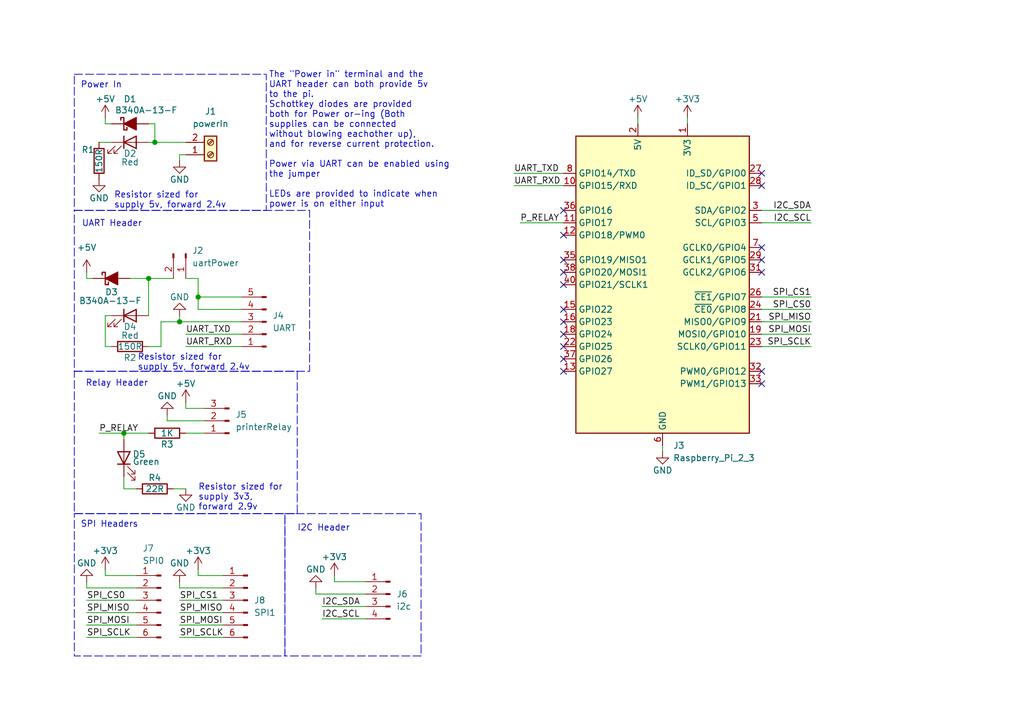
<source format=kicad_sch>
(kicad_sch (version 20250114) (generator "eeschema") (generator_version "9.0")
  (paper "A5")
  (title_block (title "Raspberry Pi 3d printer breakout"))
  (lib_symbols
    (symbol "Connector:Conn_01x02_Pin" (pin_names (offset 1.016) (hide yes))
      (property "Reference" "J" (at 0 2.54 0))
      (property "Value" "Conn_01x02_Pin" (at 0 -5.08 0))
      (symbol "Conn_01x02_Pin_1_1"
        (rectangle (start 0.8636 0.127) (end 0 -0.127) (stroke (width 0.1524)) (fill (type outline)))
        (rectangle (start 0.8636 -2.413) (end 0 -2.667) (stroke (width 0.1524)) (fill (type outline)))
        (polyline (pts (xy 1.27 0) (xy 0.8636 0)) (stroke (width 0.1524)))
        (polyline (pts (xy 1.27 -2.54) (xy 0.8636 -2.54)) (stroke (width 0.1524)))
        (pin passive line (at 5.08 0 180) (length 3.81) (name "Pin_1") (number "1"))
        (pin passive line (at 5.08 -2.54 180) (length 3.81) (name "Pin_2") (number "2"))
      )
    )
    (symbol "Connector:Conn_01x03_Pin" (pin_names (offset 1.016) (hide yes))
      (property "Reference" "J" (at 0 5.08 0))
      (property "Value" "Conn_01x03_Pin" (at 0 -5.08 0))
      (symbol "Conn_01x03_Pin_1_1"
        (rectangle (start 0.8636 2.667) (end 0 2.413) (stroke (width 0.1524)) (fill (type outline)))
        (rectangle (start 0.8636 0.127) (end 0 -0.127) (stroke (width 0.1524)) (fill (type outline)))
        (rectangle (start 0.8636 -2.413) (end 0 -2.667) (stroke (width 0.1524)) (fill (type outline)))
        (polyline (pts (xy 1.27 2.54) (xy 0.8636 2.54)) (stroke (width 0.1524)))
        (polyline (pts (xy 1.27 0) (xy 0.8636 0)) (stroke (width 0.1524)))
        (polyline (pts (xy 1.27 -2.54) (xy 0.8636 -2.54)) (stroke (width 0.1524)))
        (pin passive line (at 5.08 2.54 180) (length 3.81) (name "Pin_1") (number "1"))
        (pin passive line (at 5.08 0 180) (length 3.81) (name "Pin_2") (number "2"))
        (pin passive line (at 5.08 -2.54 180) (length 3.81) (name "Pin_3") (number "3"))
      )
    )
    (symbol "Connector:Conn_01x04_Pin" (pin_names (offset 1.016) (hide yes))
      (property "Reference" "J" (at 0 5.08 0))
      (property "Value" "Conn_01x04_Pin" (at 0 -7.62 0))
      (symbol "Conn_01x04_Pin_1_1"
        (rectangle (start 0.8636 2.667) (end 0 2.413) (stroke (width 0.1524)) (fill (type outline)))
        (rectangle (start 0.8636 0.127) (end 0 -0.127) (stroke (width 0.1524)) (fill (type outline)))
        (rectangle (start 0.8636 -2.413) (end 0 -2.667) (stroke (width 0.1524)) (fill (type outline)))
        (rectangle (start 0.8636 -4.953) (end 0 -5.207) (stroke (width 0.1524)) (fill (type outline)))
        (polyline (pts (xy 1.27 2.54) (xy 0.8636 2.54)) (stroke (width 0.1524)))
        (polyline (pts (xy 1.27 0) (xy 0.8636 0)) (stroke (width 0.1524)))
        (polyline (pts (xy 1.27 -2.54) (xy 0.8636 -2.54)) (stroke (width 0.1524)))
        (polyline (pts (xy 1.27 -5.08) (xy 0.8636 -5.08)) (stroke (width 0.1524)))
        (pin passive line (at 5.08 2.54 180) (length 3.81) (name "Pin_1") (number "1"))
        (pin passive line (at 5.08 0 180) (length 3.81) (name "Pin_2") (number "2"))
        (pin passive line (at 5.08 -2.54 180) (length 3.81) (name "Pin_3") (number "3"))
        (pin passive line (at 5.08 -5.08 180) (length 3.81) (name "Pin_4") (number "4"))
      )
    )
    (symbol "Connector:Conn_01x05_Pin" (pin_names (offset 1.016) (hide yes))
      (property "Reference" "J" (at 0 7.62 0))
      (property "Value" "Conn_01x05_Pin" (at 0 -7.62 0))
      (symbol "Conn_01x05_Pin_1_1"
        (rectangle (start 0.8636 5.207) (end 0 4.953) (stroke (width 0.1524)) (fill (type outline)))
        (rectangle (start 0.8636 2.667) (end 0 2.413) (stroke (width 0.1524)) (fill (type outline)))
        (rectangle (start 0.8636 0.127) (end 0 -0.127) (stroke (width 0.1524)) (fill (type outline)))
        (rectangle (start 0.8636 -2.413) (end 0 -2.667) (stroke (width 0.1524)) (fill (type outline)))
        (rectangle (start 0.8636 -4.953) (end 0 -5.207) (stroke (width 0.1524)) (fill (type outline)))
        (polyline (pts (xy 1.27 5.08) (xy 0.8636 5.08)) (stroke (width 0.1524)))
        (polyline (pts (xy 1.27 2.54) (xy 0.8636 2.54)) (stroke (width 0.1524)))
        (polyline (pts (xy 1.27 0) (xy 0.8636 0)) (stroke (width 0.1524)))
        (polyline (pts (xy 1.27 -2.54) (xy 0.8636 -2.54)) (stroke (width 0.1524)))
        (polyline (pts (xy 1.27 -5.08) (xy 0.8636 -5.08)) (stroke (width 0.1524)))
        (pin passive line (at 5.08 5.08 180) (length 3.81) (name "Pin_1") (number "1"))
        (pin passive line (at 5.08 2.54 180) (length 3.81) (name "Pin_2") (number "2"))
        (pin passive line (at 5.08 0 180) (length 3.81) (name "Pin_3") (number "3"))
        (pin passive line (at 5.08 -2.54 180) (length 3.81) (name "Pin_4") (number "4"))
        (pin passive line (at 5.08 -5.08 180) (length 3.81) (name "Pin_5") (number "5"))
      )
    )
    (symbol "Connector:Conn_01x06_Pin" (pin_names (offset 1.016) (hide yes))
      (property "Reference" "J" (at 0 7.62 0))
      (property "Value" "Conn_01x06_Pin" (at 0 -10.16 0))
      (symbol "Conn_01x06_Pin_1_1"
        (rectangle (start 0.8636 5.207) (end 0 4.953) (stroke (width 0.1524)) (fill (type outline)))
        (rectangle (start 0.8636 2.667) (end 0 2.413) (stroke (width 0.1524)) (fill (type outline)))
        (rectangle (start 0.8636 0.127) (end 0 -0.127) (stroke (width 0.1524)) (fill (type outline)))
        (rectangle (start 0.8636 -2.413) (end 0 -2.667) (stroke (width 0.1524)) (fill (type outline)))
        (rectangle (start 0.8636 -4.953) (end 0 -5.207) (stroke (width 0.1524)) (fill (type outline)))
        (rectangle (start 0.8636 -7.493) (end 0 -7.747) (stroke (width 0.1524)) (fill (type outline)))
        (polyline (pts (xy 1.27 5.08) (xy 0.8636 5.08)) (stroke (width 0.1524)))
        (polyline (pts (xy 1.27 2.54) (xy 0.8636 2.54)) (stroke (width 0.1524)))
        (polyline (pts (xy 1.27 0) (xy 0.8636 0)) (stroke (width 0.1524)))
        (polyline (pts (xy 1.27 -2.54) (xy 0.8636 -2.54)) (stroke (width 0.1524)))
        (polyline (pts (xy 1.27 -5.08) (xy 0.8636 -5.08)) (stroke (width 0.1524)))
        (polyline (pts (xy 1.27 -7.62) (xy 0.8636 -7.62)) (stroke (width 0.1524)))
        (pin passive line (at 5.08 5.08 180) (length 3.81) (name "Pin_1") (number "1"))
        (pin passive line (at 5.08 2.54 180) (length 3.81) (name "Pin_2") (number "2"))
        (pin passive line (at 5.08 0 180) (length 3.81) (name "Pin_3") (number "3"))
        (pin passive line (at 5.08 -2.54 180) (length 3.81) (name "Pin_4") (number "4"))
        (pin passive line (at 5.08 -5.08 180) (length 3.81) (name "Pin_5") (number "5"))
        (pin passive line (at 5.08 -7.62 180) (length 3.81) (name "Pin_6") (number "6"))
      )
    )
    (symbol "Connector:Raspberry_Pi_2_3"
      (property "Reference" "J" (at -17.78 31.75 0))
      (property "Value" "Raspberry_Pi_2_3" (at 10.16 -31.75 0))
      (symbol "Raspberry_Pi_2_3_0_1"
        (rectangle (start -17.78 30.48) (end 17.78 -30.48) (stroke (width 0.254)) (fill (type background)))
      )
      (symbol "Raspberry_Pi_2_3_1_1"
        (pin bidirectional line (at -20.32 22.86 0) (length 2.54) (name "GPIO14/TXD") (number "8"))
        (pin bidirectional line (at -20.32 20.32 0) (length 2.54) (name "GPIO15/RXD") (number "10"))
        (pin bidirectional line (at -20.32 15.24 0) (length 2.54) (name "GPIO16") (number "36"))
        (pin bidirectional line (at -20.32 12.7 0) (length 2.54) (name "GPIO17") (number "11"))
        (pin bidirectional line (at -20.32 10.16 0) (length 2.54) (name "GPIO18/PWM0") (number "12"))
        (pin bidirectional line (at -20.32 5.08 0) (length 2.54) (name "GPIO19/MISO1") (number "35"))
        (pin bidirectional line (at -20.32 2.54 0) (length 2.54) (name "GPIO20/MOSI1") (number "38"))
        (pin bidirectional line (at -20.32 0 0) (length 2.54) (name "GPIO21/SCLK1") (number "40"))
        (pin bidirectional line (at -20.32 -5.08 0) (length 2.54) (name "GPIO22") (number "15"))
        (pin bidirectional line (at -20.32 -7.62 0) (length 2.54) (name "GPIO23") (number "16"))
        (pin bidirectional line (at -20.32 -10.16 0) (length 2.54) (name "GPIO24") (number "18"))
        (pin bidirectional line (at -20.32 -12.7 0) (length 2.54) (name "GPIO25") (number "22"))
        (pin bidirectional line (at -20.32 -15.24 0) (length 2.54) (name "GPIO26") (number "37"))
        (pin bidirectional line (at -20.32 -17.78 0) (length 2.54) (name "GPIO27") (number "13"))
        (pin power_in line (at -5.08 33.02 270) (length 2.54) (name "5V") (number "2"))
        (pin passive line (at -5.08 33.02 270) (length 2.54) (hide yes) (name "5V") (number "4"))
        (pin passive line (at 0 -33.02 90) (length 2.54) (hide yes) (name "GND") (number "14"))
        (pin passive line (at 0 -33.02 90) (length 2.54) (hide yes) (name "GND") (number "20"))
        (pin passive line (at 0 -33.02 90) (length 2.54) (hide yes) (name "GND") (number "25"))
        (pin passive line (at 0 -33.02 90) (length 2.54) (hide yes) (name "GND") (number "30"))
        (pin passive line (at 0 -33.02 90) (length 2.54) (hide yes) (name "GND") (number "34"))
        (pin passive line (at 0 -33.02 90) (length 2.54) (hide yes) (name "GND") (number "39"))
        (pin power_in line (at 0 -33.02 90) (length 2.54) (name "GND") (number "6"))
        (pin passive line (at 0 -33.02 90) (length 2.54) (hide yes) (name "GND") (number "9"))
        (pin power_in line (at 5.08 33.02 270) (length 2.54) (name "3V3") (number "1"))
        (pin passive line (at 5.08 33.02 270) (length 2.54) (hide yes) (name "3V3") (number "17"))
        (pin bidirectional line (at 20.32 22.86 180) (length 2.54) (name "ID_SD/GPIO0") (number "27"))
        (pin bidirectional line (at 20.32 20.32 180) (length 2.54) (name "ID_SC/GPIO1") (number "28"))
        (pin bidirectional line (at 20.32 15.24 180) (length 2.54) (name "SDA/GPIO2") (number "3"))
        (pin bidirectional line (at 20.32 12.7 180) (length 2.54) (name "SCL/GPIO3") (number "5"))
        (pin bidirectional line (at 20.32 7.62 180) (length 2.54) (name "GCLK0/GPIO4") (number "7"))
        (pin bidirectional line (at 20.32 5.08 180) (length 2.54) (name "GCLK1/GPIO5") (number "29"))
        (pin bidirectional line (at 20.32 2.54 180) (length 2.54) (name "GCLK2/GPIO6") (number "31"))
        (pin bidirectional line (at 20.32 -2.54 180) (length 2.54) (name "~{CE1}/GPIO7") (number "26"))
        (pin bidirectional line (at 20.32 -5.08 180) (length 2.54) (name "~{CE0}/GPIO8") (number "24"))
        (pin bidirectional line (at 20.32 -7.62 180) (length 2.54) (name "MISO0/GPIO9") (number "21"))
        (pin bidirectional line (at 20.32 -10.16 180) (length 2.54) (name "MOSI0/GPIO10") (number "19"))
        (pin bidirectional line (at 20.32 -12.7 180) (length 2.54) (name "SCLK0/GPIO11") (number "23"))
        (pin bidirectional line (at 20.32 -17.78 180) (length 2.54) (name "PWM0/GPIO12") (number "32"))
        (pin bidirectional line (at 20.32 -20.32 180) (length 2.54) (name "PWM1/GPIO13") (number "33"))
      )
    )
    (symbol "Connector:Screw_Terminal_01x02" (pin_names (offset 1.016) (hide yes))
      (property "Reference" "J" (at 0 2.54 0))
      (property "Value" "Screw_Terminal_01x02" (at 0 -5.08 0))
      (symbol "Screw_Terminal_01x02_1_1"
        (rectangle (start -1.27 1.27) (end 1.27 -3.81) (stroke (width 0.254)) (fill (type background)))
        (polyline (pts (xy -0.5334 0.3302) (xy 0.3302 -0.508)) (stroke (width 0.1524)))
        (polyline (pts (xy -0.5334 -2.2098) (xy 0.3302 -3.048)) (stroke (width 0.1524)))
        (polyline (pts (xy -0.3556 0.508) (xy 0.508 -0.3302)) (stroke (width 0.1524)))
        (polyline (pts (xy -0.3556 -2.032) (xy 0.508 -2.8702)) (stroke (width 0.1524)))
        (circle (center 0 0) (radius 0.635) (stroke (width 0.1524)))
        (circle (center 0 -2.54) (radius 0.635) (stroke (width 0.1524)))
        (pin passive line (at -5.08 0 0) (length 3.81) (name "Pin_1") (number "1"))
        (pin passive line (at -5.08 -2.54 0) (length 3.81) (name "Pin_2") (number "2"))
      )
    )
    (symbol "Device:LED" (pin_numbers (hide yes)) (pin_names (offset 1.016) (hide yes))
      (property "Reference" "D" (at 0 2.54 0))
      (property "Value" "LED" (at 0 -2.54 0))
      (symbol "LED_0_1"
        (polyline (pts (xy -3.048 -0.762) (xy -4.572 -2.286) (xy -3.81 -2.286) (xy -4.572 -2.286) (xy -4.572 -1.524)))
        (polyline (pts (xy -1.778 -0.762) (xy -3.302 -2.286) (xy -2.54 -2.286) (xy -3.302 -2.286) (xy -3.302 -1.524)))
        (polyline (pts (xy -1.27 0) (xy 1.27 0)))
        (polyline (pts (xy -1.27 -1.27) (xy -1.27 1.27)) (stroke (width 0.254)))
        (polyline (pts (xy 1.27 -1.27) (xy 1.27 1.27) (xy -1.27 0) (xy 1.27 -1.27)) (stroke (width 0.254)))
      )
      (symbol "LED_1_1"
        (pin passive line (at -3.81 0 0) (length 2.54) (name "K") (number "1"))
        (pin passive line (at 3.81 0 180) (length 2.54) (name "A") (number "2"))
      )
    )
    (symbol "Device:R" (pin_numbers (hide yes)) (pin_names (offset 0))
      (property "Reference" "R" (at 2.032 0 90))
      (property "Value" "R" (at 0 0 90))
      (symbol "R_0_1"
        (rectangle (start -1.016 -2.54) (end 1.016 2.54) (stroke (width 0.254)))
      )
      (symbol "R_1_1"
        (pin passive line (at 0 3.81 270) (length 1.27) (name "~") (number "1"))
        (pin passive line (at 0 -3.81 90) (length 1.27) (name "~") (number "2"))
      )
    )
    (symbol "PCM_Diode_Schottky_AKL:D_Schottky_Generic" (pin_numbers (hide yes)) (pin_names (offset 1.016) (hide yes))
      (property "Reference" "D" (at 0 7.62 0))
      (property "Value" "D_Schottky_Generic" (at 0 5.08 0))
      (symbol "D_Schottky_Generic_0_1"
        (polyline (pts (xy -1.27 0) (xy 1.27 0)))
        (polyline (pts (xy -1.27 -1.27) (xy -1.27 1.27) (xy 1.27 0) (xy -1.27 -1.27)) (stroke (width 0.254)) (fill (type outline)))
        (polyline (pts (xy 1.905 -0.762) (xy 1.905 -1.27) (xy 1.27 -1.27) (xy 1.27 1.27) (xy 0.635 1.27) (xy 0.635 0.762)) (stroke (width 0.254)))
      )
      (symbol "D_Schottky_Generic_0_2"
        (polyline (pts (xy -2.54 -2.54) (xy 2.54 2.54)))
        (polyline (pts (xy -0.889 -0.889) (xy -1.778 0) (xy 0.889 0.889) (xy 0 -1.778) (xy -0.889 -0.889)) (stroke (width 0.254)) (fill (type outline)))
        (polyline (pts (xy 0 1.778) (xy 1.778 0)) (stroke (width 0.254)))
        (polyline (pts (xy 0 1.778) (xy -0.381 1.397) (xy 0 1.016)) (stroke (width 0.254)))
        (polyline (pts (xy 1.778 0) (xy 2.159 0.381) (xy 1.778 0.762)) (stroke (width 0.254)))
      )
      (symbol "D_Schottky_Generic_1_1"
        (pin passive line (at -3.81 0 0) (length 2.54) (name "A") (number "2"))
        (pin passive line (at 3.81 0 180) (length 2.54) (name "K") (number "1"))
      )
      (symbol "D_Schottky_Generic_1_2"
        (pin passive line (at -2.54 -2.54 0) (length 0) (name "A") (number "2"))
        (pin passive line (at 2.54 2.54 180) (length 0) (name "K") (number "1"))
      )
    )
    (symbol "power:+3V3" (power) (pin_numbers (hide yes)) (pin_names (offset 0) (hide yes))
      (property "Value" "+3V3" (at 0 3.556 0))
      (symbol "+3V3_0_1"
        (polyline (pts (xy -0.762 1.27) (xy 0 2.54)))
        (polyline (pts (xy 0 2.54) (xy 0.762 1.27)))
        (polyline (pts (xy 0 0) (xy 0 2.54)))
      )
      (symbol "+3V3_1_1"
        (pin power_in line (at 0 0 90) (length 0) (name "~") (number "1"))
      )
    )
    (symbol "power:+5V" (power) (pin_numbers (hide yes)) (pin_names (offset 0) (hide yes))
      (property "Value" "+5V" (at 0 3.556 0))
      (symbol "+5V_0_1"
        (polyline (pts (xy -0.762 1.27) (xy 0 2.54)))
        (polyline (pts (xy 0 2.54) (xy 0.762 1.27)))
        (polyline (pts (xy 0 0) (xy 0 2.54)))
      )
      (symbol "+5V_1_1"
        (pin power_in line (at 0 0 90) (length 0) (name "~") (number "1"))
      )
    )
    (symbol "power:GND" (power) (pin_numbers (hide yes)) (pin_names (offset 0) (hide yes))
      (property "Value" "GND" (at 0 -3.81 0))
      (symbol "GND_0_1"
        (polyline (pts (xy 0 0) (xy 0 -1.27) (xy 1.27 -1.27) (xy 0 -2.54) (xy -1.27 -1.27) (xy 0 -1.27)))
      )
      (symbol "GND_1_1"
        (pin power_in line (at 0 0 270) (length 0) (name "~") (number "1"))
      )
    )
  )
  (rectangle (start 58.42 105.41) (end 86.36 134.62) (stroke (width 0) (type dash)))
  (rectangle (start 15.24 15.24) (end 54.61 43.18) (stroke (width 0) (type dash)))
  (rectangle (start 15.24 105.41) (end 58.42 134.62) (stroke (width 0) (type dash)))
  (rectangle (start 15.24 43.18) (end 63.5 76.2) (stroke (width 0) (type dash)))
  (rectangle (start 15.24 76.2) (end 60.96 105.41) (stroke (width 0) (type dash)))
  (text "Resistor sized for \nsupply 5v, forward 2.4v" (at 28.194 74.422 0) (effects (font (size 1.27 1.27)) (justify left)))
  (text "Relay Header" (at 17.526 78.74 0) (effects (font (size 1.27 1.27)) (justify left)))
  (text "Power In" (at 16.51 17.526 0) (effects (font (size 1.27 1.27)) (justify left)))
  (text "Resistor sized for \nsupply 3v3,\nforward 2.9v" (at 40.64 102.108 0) (effects (font (size 1.27 1.27)) (justify left)))
  (text "The \"Power in\" terminal and the \nUART header can both provide 5v \nto the pi.\nSchottkey diodes are provided \nboth for Power or-ing (Both \nsupplies can be connected \nwithout blowing eachother up), \nand for reverse current protection.\n\nPower via UART can be enabled using\nthe jumper\n\nLEDs are provided to indicate when \npower is on either input" (at 55.118 28.702 0) (effects (font (size 1.27 1.27)) (justify left)))
  (text "Resistor sized for \nsupply 5v, forward 2.4v" (at 23.368 41.148 0) (effects (font (size 1.27 1.27)) (justify left)))
  (text "I2C Header" (at 60.96 108.458 0) (effects (font (size 1.27 1.27)) (justify left)))
  (text "UART Header" (at 16.764 45.974 0) (effects (font (size 1.27 1.27)) (justify left)))
  (text "SPI Headers" (at 16.51 107.696 0) (effects (font (size 1.27 1.27)) (justify left)))
  (junction (at 36.83 66.04))
  (junction (at 25.4 88.9))
  (junction (at 40.64 60.96))
  (junction (at 31.75 29.21))
  (junction (at 30.48 57.15))
  (no_connect (at 115.57 43.18))
  (no_connect (at 115.57 48.26))
  (no_connect (at 156.21 76.2))
  (no_connect (at 156.21 35.56))
  (no_connect (at 115.57 68.58))
  (no_connect (at 115.57 55.88))
  (no_connect (at 156.21 50.8))
  (no_connect (at 156.21 55.88))
  (no_connect (at 115.57 76.2))
  (no_connect (at 115.57 66.04))
  (no_connect (at 115.57 71.12))
  (no_connect (at 115.57 53.34))
  (no_connect (at 115.57 58.42))
  (no_connect (at 115.57 73.66))
  (no_connect (at 115.57 63.5))
  (no_connect (at 156.21 53.34))
  (no_connect (at 156.21 38.1))
  (no_connect (at 156.21 78.74))
  (wire (pts (xy 21.59 71.12) (xy 22.86 71.12)))
  (wire (pts (xy 34.29 86.36) (xy 34.29 85.09)))
  (wire (pts (xy 105.41 38.1) (xy 115.57 38.1)))
  (wire (pts (xy 27.94 100.33) (xy 25.4 100.33)))
  (wire (pts (xy 21.59 118.11) (xy 21.59 116.84)))
  (wire (pts (xy 156.21 68.58) (xy 166.37 68.58)))
  (wire (pts (xy 40.64 63.5) (xy 40.64 60.96)))
  (wire (pts (xy 36.83 128.27) (xy 45.72 128.27)))
  (wire (pts (xy 156.21 60.96) (xy 166.37 60.96)))
  (wire (pts (xy 140.97 24.13) (xy 140.97 25.4)))
  (wire (pts (xy 21.59 25.4) (xy 22.86 25.4)))
  (wire (pts (xy 38.1 71.12) (xy 49.53 71.12)))
  (wire (pts (xy 38.1 88.9) (xy 41.91 88.9)))
  (wire (pts (xy 74.93 119.38) (xy 68.58 119.38)))
  (wire (pts (xy 30.48 29.21) (xy 31.75 29.21)))
  (wire (pts (xy 35.56 100.33) (xy 38.1 100.33)))
  (wire (pts (xy 20.32 88.9) (xy 25.4 88.9)))
  (wire (pts (xy 64.77 121.92) (xy 74.93 121.92)))
  (wire (pts (xy 22.86 64.77) (xy 21.59 64.77)))
  (wire (pts (xy 36.83 123.19) (xy 45.72 123.19)))
  (wire (pts (xy 33.02 66.04) (xy 36.83 66.04)))
  (wire (pts (xy 36.83 64.77) (xy 36.83 66.04)))
  (wire (pts (xy 17.78 123.19) (xy 27.94 123.19)))
  (wire (pts (xy 17.78 57.15) (xy 19.05 57.15)))
  (wire (pts (xy 20.32 29.21) (xy 22.86 29.21)))
  (wire (pts (xy 41.91 86.36) (xy 34.29 86.36)))
  (wire (pts (xy 33.02 71.12) (xy 33.02 66.04)))
  (wire (pts (xy 30.48 57.15) (xy 35.56 57.15)))
  (wire (pts (xy 30.48 71.12) (xy 33.02 71.12)))
  (wire (pts (xy 40.64 60.96) (xy 40.64 57.15)))
  (wire (pts (xy 21.59 64.77) (xy 21.59 71.12)))
  (wire (pts (xy 40.64 118.11) (xy 40.64 116.84)))
  (wire (pts (xy 38.1 83.82) (xy 38.1 82.55)))
  (wire (pts (xy 17.78 120.65) (xy 27.94 120.65)))
  (wire (pts (xy 17.78 128.27) (xy 27.94 128.27)))
  (wire (pts (xy 17.78 55.88) (xy 17.78 57.15)))
  (wire (pts (xy 66.04 127) (xy 74.93 127)))
  (wire (pts (xy 17.78 130.81) (xy 27.94 130.81)))
  (wire (pts (xy 36.83 120.65) (xy 45.72 120.65)))
  (wire (pts (xy 25.4 100.33) (xy 25.4 97.79)))
  (wire (pts (xy 41.91 83.82) (xy 38.1 83.82)))
  (wire (pts (xy 36.83 33.02) (xy 36.83 31.75)))
  (wire (pts (xy 31.75 25.4) (xy 31.75 29.21)))
  (wire (pts (xy 30.48 25.4) (xy 31.75 25.4)))
  (wire (pts (xy 26.67 57.15) (xy 30.48 57.15)))
  (wire (pts (xy 68.58 119.38) (xy 68.58 118.11)))
  (wire (pts (xy 36.83 31.75) (xy 38.1 31.75)))
  (wire (pts (xy 36.83 120.65) (xy 36.83 119.38)))
  (wire (pts (xy 45.72 118.11) (xy 40.64 118.11)))
  (wire (pts (xy 36.83 130.81) (xy 45.72 130.81)))
  (wire (pts (xy 27.94 118.11) (xy 21.59 118.11)))
  (wire (pts (xy 40.64 57.15) (xy 38.1 57.15)))
  (wire (pts (xy 25.4 88.9) (xy 25.4 90.17)))
  (wire (pts (xy 156.21 71.12) (xy 166.37 71.12)))
  (wire (pts (xy 64.77 121.92) (xy 64.77 120.65)))
  (wire (pts (xy 25.4 88.9) (xy 30.48 88.9)))
  (wire (pts (xy 17.78 125.73) (xy 27.94 125.73)))
  (wire (pts (xy 49.53 60.96) (xy 40.64 60.96)))
  (wire (pts (xy 21.59 24.13) (xy 21.59 25.4)))
  (wire (pts (xy 156.21 66.04) (xy 166.37 66.04)))
  (wire (pts (xy 66.04 124.46) (xy 74.93 124.46)))
  (wire (pts (xy 17.78 120.65) (xy 17.78 119.38)))
  (wire (pts (xy 31.75 29.21) (xy 38.1 29.21)))
  (wire (pts (xy 135.89 91.44) (xy 135.89 92.71)))
  (wire (pts (xy 36.83 66.04) (xy 49.53 66.04)))
  (wire (pts (xy 156.21 63.5) (xy 166.37 63.5)))
  (wire (pts (xy 30.48 57.15) (xy 30.48 64.77)))
  (wire (pts (xy 156.21 43.18) (xy 166.37 43.18)))
  (wire (pts (xy 36.83 125.73) (xy 45.72 125.73)))
  (wire (pts (xy 156.21 45.72) (xy 166.37 45.72)))
  (wire (pts (xy 49.53 63.5) (xy 40.64 63.5)))
  (wire (pts (xy 38.1 68.58) (xy 49.53 68.58)))
  (wire (pts (xy 105.41 35.56) (xy 115.57 35.56)))
  (wire (pts (xy 106.68 45.72) (xy 115.57 45.72)))
  (wire (pts (xy 130.81 24.13) (xy 130.81 25.4)))
  (label "UART_TXD" (at 38.1 68.58 0))
  (label "I2C_SCL" (at 166.37 45.72 180))
  (label "UART_TXD" (at 105.41 35.56 0))
  (label "SPI_MISO" (at 36.83 125.73 0))
  (label "SPI_CS0" (at 17.78 123.19 0))
  (label "SPI_MOSI" (at 166.37 68.58 180))
  (label "P_RELAY" (at 106.68 45.72 0))
  (label "SPI_MISO" (at 17.78 125.73 0))
  (label "SPI_CS1" (at 166.37 60.96 180))
  (label "I2C_SDA" (at 166.37 43.18 180))
  (label "SPI_CS1" (at 36.83 123.19 0))
  (label "UART_RXD" (at 105.41 38.1 0))
  (label "I2C_SDA" (at 66.04 124.46 0))
  (label "SPI_SCLK" (at 36.83 130.81 0))
  (label "SPI_MOSI" (at 36.83 128.27 0))
  (label "I2C_SCL" (at 66.04 127 0))
  (label "SPI_SCLK" (at 166.37 71.12 180))
  (label "SPI_MOSI" (at 17.78 128.27 0))
  (label "SPI_CS0" (at 166.37 63.5 180))
  (label "P_RELAY" (at 20.32 88.9 0))
  (label "SPI_MISO" (at 166.37 66.04 180))
  (label "SPI_SCLK" (at 17.78 130.81 0))
  (label "UART_RXD" (at 38.1 71.12 0))
  (symbol (lib_id "Device:LED") (at 25.4 93.98 90) (unit 1)
    (property "Reference" "D5" (at 27.178 93.218 90) (effects (justify right)))
    (property "Value" "Green" (at 27.178 94.742 90) (effects (justify right)))
    (property "Footprint" "LED_SMD:LED_0805_2012Metric" (effects (hide yes)))
    (property "Description" "Light emitting diode" (effects (hide yes)))
    (property "Sim.Pins" "1=K 2=A" (effects (hide yes)))
  )
  (symbol (lib_id "power:GND") (at 38.1 100.33 0) (unit 1)
    (property "Reference" "#PWR011" (effects (hide yes)))
    (property "Value" "GND" (at 38.1 104.14 0))
    (property "Description" "Power symbol creates a global label with name \"GND\" , ground" (effects (hide yes)))
  )
  (symbol (lib_id "power:GND") (at 64.77 120.65 180) (unit 1)
    (property "Reference" "#PWR017" (effects (hide yes)))
    (property "Value" "GND" (at 64.77 116.84 0))
    (property "Description" "Power symbol creates a global label with name \"GND\" , ground" (effects (hide yes)))
  )
  (symbol (lib_id "power:+5V") (at 21.59 24.13 0) (unit 1)
    (property "Reference" "#PWR01" (effects (hide yes)))
    (property "Value" "+5V" (at 21.59 20.32 0))
    (property "Description" "Power symbol creates a global label with name \"+5V\"" (effects (hide yes)))
  )
  (symbol (lib_id "power:+3V3") (at 21.59 116.84 0) (unit 1)
    (property "Reference" "#PWR012" (effects (hide yes)))
    (property "Value" "+3V3" (at 21.59 113.03 0))
    (property "Description" "Power symbol creates a global label with name \"+3V3\"" (effects (hide yes)))
  )
  (symbol (lib_id "power:GND") (at 36.83 119.38 180) (unit 1)
    (property "Reference" "#PWR016" (effects (hide yes)))
    (property "Value" "GND" (at 36.83 115.57 0))
    (property "Description" "Power symbol creates a global label with name \"GND\" , ground" (effects (hide yes)))
  )
  (symbol (lib_id "power:+5V") (at 38.1 82.55 0) (unit 1)
    (property "Reference" "#PWR08" (effects (hide yes)))
    (property "Value" "+5V" (at 38.1 78.74 0))
    (property "Description" "Power symbol creates a global label with name \"+5V\"" (effects (hide yes)))
  )
  (symbol (lib_id "power:GND") (at 36.83 33.02 0) (unit 1)
    (property "Reference" "#PWR04" (effects (hide yes)))
    (property "Value" "GND" (at 36.83 36.83 0))
    (property "Description" "Power symbol creates a global label with name \"GND\" , ground" (effects (hide yes)))
  )
  (symbol (lib_id "power:+3V3") (at 140.97 24.13 0) (unit 1)
    (property "Reference" "#PWR03" (effects (hide yes)))
    (property "Value" "+3V3" (at 140.97 20.32 0))
    (property "Description" "Power symbol creates a global label with name \"+3V3\"" (effects (hide yes)))
  )
  (symbol (lib_id "power:GND") (at 36.83 64.77 180) (unit 1)
    (property "Reference" "#PWR07" (effects (hide yes)))
    (property "Value" "GND" (at 36.83 60.96 0))
    (property "Description" "Power symbol creates a global label with name \"GND\" , ground" (effects (hide yes)))
  )
  (symbol (lib_id "Device:LED") (at 26.67 29.21 0) (unit 1)
    (property "Reference" "D2" (at 26.67 31.496 0))
    (property "Value" "Red" (at 26.67 33.274 0))
    (property "Footprint" "LED_SMD:LED_0805_2012Metric" (effects (hide yes)))
    (property "Description" "Light emitting diode" (effects (hide yes)))
    (property "Sim.Pins" "1=K 2=A" (effects (hide yes)))
  )
  (symbol (lib_id "Device:R") (at 34.29 88.9 270) (unit 1)
    (property "Reference" "R3" (at 34.29 91.186 90))
    (property "Value" "1K" (at 34.29 88.9 90))
    (property "Footprint" "Resistor_SMD:R_0805_2012Metric_Pad1.20x1.40mm_HandSolder" (effects (hide yes)))
    (property "Description" "Resistor" (effects (hide yes)))
  )
  (symbol (lib_id "Device:R") (at 20.32 33.02 0) (unit 1)
    (property "Reference" "R1" (at 18.034 30.734 0))
    (property "Value" "150R" (at 20.32 33.02 90))
    (property "Footprint" "Resistor_SMD:R_0805_2012Metric_Pad1.20x1.40mm_HandSolder" (effects (hide yes)))
    (property "Description" "Resistor" (effects (hide yes)))
  )
  (symbol (lib_id "Connector:Conn_01x05_Pin") (at 54.61 66.04 180) (unit 1)
    (property "Reference" "J4" (at 55.88 64.7699 0) (effects (justify right)))
    (property "Value" "UART" (at 55.88 67.3099 0) (effects (justify right)))
    (property "Footprint" "Connector_JST:JST_XH_B5B-XH-A_1x05_P2.50mm_Vertical" (effects (hide yes)))
    (property "Description" "Generic connector, single row, 01x05, script generated" (effects (hide yes)))
  )
  (symbol (lib_id "power:GND") (at 34.29 85.09 180) (unit 1)
    (property "Reference" "#PWR09" (effects (hide yes)))
    (property "Value" "GND" (at 34.29 81.28 0))
    (property "Description" "Power symbol creates a global label with name \"GND\" , ground" (effects (hide yes)))
  )
  (symbol (lib_id "Connector:Conn_01x06_Pin") (at 33.02 123.19 0) (mirror y) (unit 1)
    (property "Reference" "J7" (at 29.21 112.522 0) (effects (justify right)))
    (property "Value" "SPI0" (at 29.21 115.062 0) (effects (justify right)))
    (property "Footprint" "Connector_JST:JST_PH_B6B-PH-K_1x06_P2.00mm_Vertical" (effects (hide yes)))
    (property "Description" "Generic connector, single row, 01x06, script generated" (effects (hide yes)))
  )
  (symbol (lib_id "power:+3V3") (at 68.58 118.11 0) (unit 1)
    (property "Reference" "#PWR014" (effects (hide yes)))
    (property "Value" "+3V3" (at 68.58 114.3 0))
    (property "Description" "Power symbol creates a global label with name \"+3V3\"" (effects (hide yes)))
  )
  (symbol (lib_id "power:GND") (at 135.89 92.71 0) (unit 1)
    (property "Reference" "#PWR010" (effects (hide yes)))
    (property "Value" "GND" (at 135.89 96.52 0))
    (property "Description" "Power symbol creates a global label with name \"GND\" , ground" (effects (hide yes)))
  )
  (symbol (lib_id "Connector:Screw_Terminal_01x02") (at 43.18 31.75 0) (mirror x) (unit 1)
    (property "Reference" "J1" (at 43.18 22.86 0))
    (property "Value" "powerIn" (at 43.18 25.4 0))
    (property "Footprint" "jacob-libs:TerminalBlock_MAX_MX127-5.0-02P_1x02_P5.00mm" (effects (hide yes)))
    (property "Description" "Generic screw terminal, single row, 01x02, script generated (kicad-library-utils/schlib/autogen/connector/)" (effects (hide yes)))
  )
  (symbol (lib_id "Connector:Conn_01x03_Pin") (at 46.99 86.36 180) (unit 1)
    (property "Reference" "J5" (at 48.26 85.0899 0) (effects (justify right)))
    (property "Value" "printerRelay" (at 48.26 87.6299 0) (effects (justify right)))
    (property "Footprint" "Connector_JST:JST_XH_B3B-XH-A_1x03_P2.50mm_Vertical" (effects (hide yes)))
    (property "Description" "Generic connector, single row, 01x03, script generated" (effects (hide yes)))
  )
  (symbol (lib_id "Connector:Conn_01x06_Pin") (at 50.8 123.19 0) (mirror y) (unit 1)
    (property "Reference" "J8" (at 52.07 123.1899 0) (effects (justify right)))
    (property "Value" "SPI1" (at 52.07 125.7299 0) (effects (justify right)))
    (property "Footprint" "Connector_JST:JST_PH_B6B-PH-K_1x06_P2.00mm_Vertical" (effects (hide yes)))
    (property "Description" "Generic connector, single row, 01x06, script generated" (effects (hide yes)))
  )
  (symbol (lib_id "Connector:Conn_01x02_Pin") (at 38.1 52.07 270) (unit 1)
    (property "Reference" "J2" (at 39.37 51.4349 90) (effects (justify left)))
    (property "Value" "uartPower" (at 39.37 53.9749 90) (effects (justify left)))
    (property "Footprint" "Connector_PinHeader_2.54mm:PinHeader_1x02_P2.54mm_Vertical" (effects (hide yes)))
    (property "Description" "Generic connector, single row, 01x02, script generated" (effects (hide yes)))
  )
  (symbol (lib_id "Connector:Raspberry_Pi_2_3") (at 135.89 58.42 0) (unit 1)
    (property "Reference" "J3" (at 138.0333 91.44 0) (effects (justify left)))
    (property "Value" "Raspberry_Pi_2_3" (at 138.0333 93.98 0) (effects (justify left)))
    (property "Footprint" "jacob-libs:RaspberryPi_Zero_BoardLayout" (effects (hide yes)))
    (property "Datasheet" "https://www.raspberrypi.org/documentation/hardware/raspberrypi/schematics/rpi_SCH_3bplus_1p0_reduced.pdf" (effects (hide yes)))
    (property "Description" "expansion header for Raspberry Pi 2 & 3" (effects (hide yes)))
  )
  (symbol (lib_id "Device:R") (at 26.67 71.12 90) (unit 1)
    (property "Reference" "R2" (at 26.67 73.406 90))
    (property "Value" "150R" (at 26.67 71.12 90))
    (property "Footprint" "Resistor_SMD:R_0805_2012Metric_Pad1.20x1.40mm_HandSolder" (effects (hide yes)))
    (property "Description" "Resistor" (effects (hide yes)))
  )
  (symbol (lib_id "Device:LED") (at 26.67 64.77 0) (unit 1)
    (property "Reference" "D4" (at 26.67 67.056 0))
    (property "Value" "Red" (at 26.67 68.834 0))
    (property "Footprint" "LED_SMD:LED_0805_2012Metric" (effects (hide yes)))
    (property "Description" "Light emitting diode" (effects (hide yes)))
    (property "Sim.Pins" "1=K 2=A" (effects (hide yes)))
  )
  (symbol (lib_id "PCM_Diode_Schottky_AKL:D_Schottky_Generic") (at 22.86 57.15 180) (unit 1)
    (property "Reference" "D3" (at 22.86 59.944 0))
    (property "Value" "B340A-13-F" (at 22.606 61.722 0))
    (property "Footprint" "Diode_SMD:D_SMA_Handsoldering" (effects (hide yes)))
    (property "Description" "Schottky diode, Generic Symbol, Alternate KiCAD Library" (effects (hide yes)))
  )
  (symbol (lib_id "power:+3V3") (at 40.64 116.84 0) (unit 1)
    (property "Reference" "#PWR013" (effects (hide yes)))
    (property "Value" "+3V3" (at 40.64 113.03 0))
    (property "Description" "Power symbol creates a global label with name \"+3V3\"" (effects (hide yes)))
  )
  (symbol (lib_id "power:GND") (at 17.78 119.38 180) (unit 1)
    (property "Reference" "#PWR015" (effects (hide yes)))
    (property "Value" "GND" (at 17.78 115.57 0))
    (property "Description" "Power symbol creates a global label with name \"GND\" , ground" (effects (hide yes)))
  )
  (symbol (lib_id "power:+5V") (at 130.81 24.13 0) (unit 1)
    (property "Reference" "#PWR02" (effects (hide yes)))
    (property "Value" "+5V" (at 130.81 20.32 0))
    (property "Description" "Power symbol creates a global label with name \"+5V\"" (effects (hide yes)))
  )
  (symbol (lib_id "power:+5V") (at 17.78 55.88 0) (unit 1)
    (property "Reference" "#PWR06" (effects (hide yes)))
    (property "Value" "+5V" (at 17.78 50.8 0))
    (property "Description" "Power symbol creates a global label with name \"+5V\"" (effects (hide yes)))
  )
  (symbol (lib_id "PCM_Diode_Schottky_AKL:D_Schottky_Generic") (at 26.67 25.4 180) (unit 1)
    (property "Reference" "D1" (at 26.67 20.32 0))
    (property "Value" "B340A-13-F" (at 29.972 22.606 0))
    (property "Footprint" "Diode_SMD:D_SMA_Handsoldering" (effects (hide yes)))
    (property "Description" "Schottky diode, Generic Symbol, Alternate KiCAD Library" (effects (hide yes)))
  )
  (symbol (lib_id "power:GND") (at 20.32 36.83 0) (unit 1)
    (property "Reference" "#PWR05" (effects (hide yes)))
    (property "Value" "GND" (at 20.32 40.64 0))
    (property "Description" "Power symbol creates a global label with name \"GND\" , ground" (effects (hide yes)))
  )
  (symbol (lib_id "Device:R") (at 31.75 100.33 270) (unit 1)
    (property "Reference" "R4" (at 31.75 98.044 90))
    (property "Value" "22R" (at 31.75 100.33 90))
    (property "Footprint" "Resistor_SMD:R_0805_2012Metric_Pad1.20x1.40mm_HandSolder" (effects (hide yes)))
    (property "Description" "Resistor" (effects (hide yes)))
  )
  (symbol (lib_id "Connector:Conn_01x04_Pin") (at 80.01 121.92 0) (mirror y) (unit 1)
    (property "Reference" "J6" (at 81.28 121.9199 0) (effects (justify right)))
    (property "Value" "i2c" (at 81.28 124.4599 0) (effects (justify right)))
    (property "Footprint" "Connector_JST:JST_XH_B4B-XH-A_1x04_P2.50mm_Vertical" (effects (hide yes)))
    (property "Description" "Generic connector, single row, 01x04, script generated" (effects (hide yes)))
  )
)
</source>
